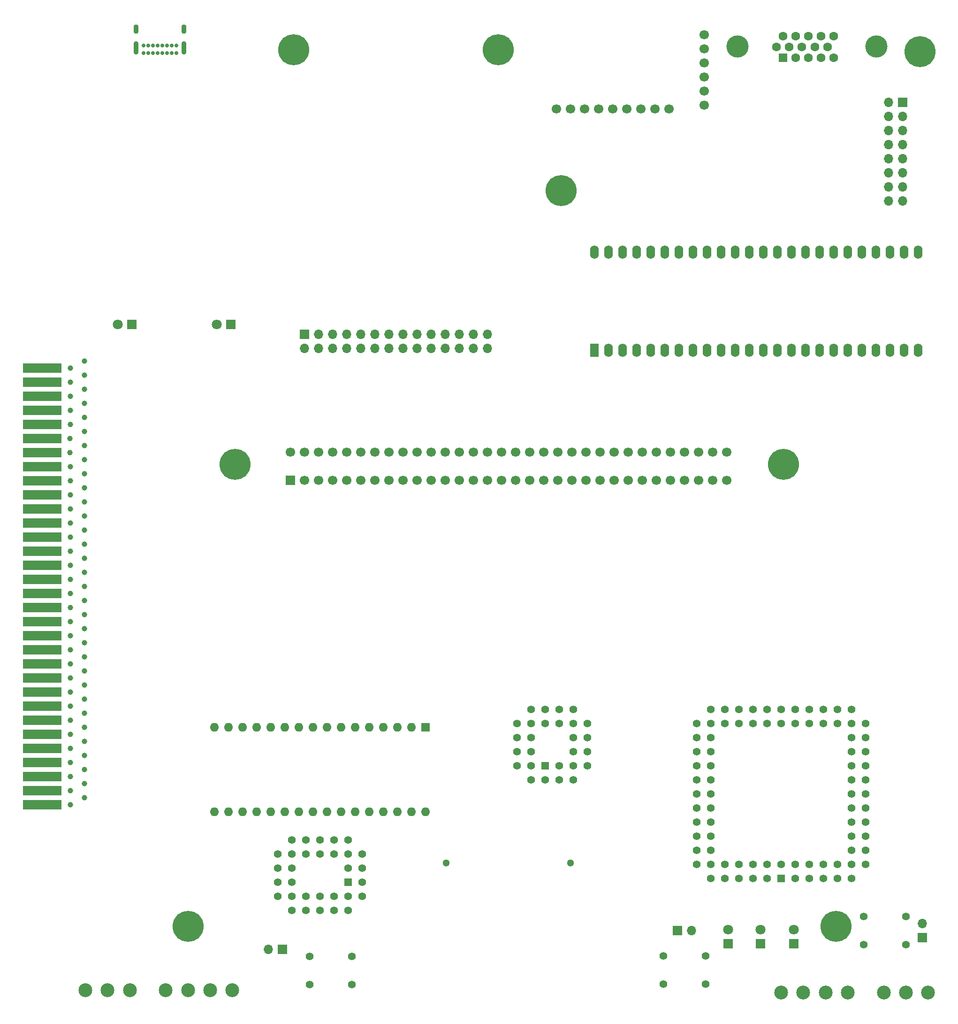
<source format=gbr>
%TF.GenerationSoftware,KiCad,Pcbnew,8.0.0*%
%TF.CreationDate,2024-03-06T22:08:18-05:00*%
%TF.ProjectId,Sentinel 65X - Prototype 4,53656e74-696e-4656-9c20-363558202d20,rev?*%
%TF.SameCoordinates,Original*%
%TF.FileFunction,Soldermask,Bot*%
%TF.FilePolarity,Negative*%
%FSLAX46Y46*%
G04 Gerber Fmt 4.6, Leading zero omitted, Abs format (unit mm)*
G04 Created by KiCad (PCBNEW 8.0.0) date 2024-03-06 22:08:18*
%MOMM*%
%LPD*%
G01*
G04 APERTURE LIST*
%ADD10C,2.500000*%
%ADD11C,1.300000*%
%ADD12C,5.600000*%
%ADD13R,1.700000X1.700000*%
%ADD14O,1.700000X1.700000*%
%ADD15R,1.422400X1.422400*%
%ADD16C,1.422400*%
%ADD17R,7.000000X1.700000*%
%ADD18C,1.000000*%
%ADD19C,1.397000*%
%ADD20R,1.800000X1.800000*%
%ADD21C,1.800000*%
%ADD22C,1.700000*%
%ADD23C,0.700000*%
%ADD24O,0.900000X2.400000*%
%ADD25O,0.900000X1.700000*%
%ADD26C,4.000000*%
%ADD27R,1.600000X1.600000*%
%ADD28C,1.600000*%
%ADD29O,1.600000X1.600000*%
%ADD30R,1.600000X2.400000*%
%ADD31O,1.600000X2.400000*%
G04 APERTURE END LIST*
D10*
%TO.C,J11*%
X117072102Y-226745000D03*
X113072102Y-226745000D03*
X109072102Y-226745000D03*
X105072102Y-226745000D03*
X98572102Y-226745000D03*
X94572102Y-226745000D03*
X90572102Y-226745000D03*
%TD*%
D11*
%TO.C,J9*%
X155689126Y-203796139D03*
X178089126Y-203796139D03*
%TD*%
D12*
%TO.C,H6*%
X128117172Y-57207679D03*
%TD*%
D13*
%TO.C,J6*%
X241623621Y-217254071D03*
D14*
X241623621Y-214714071D03*
%TD*%
D15*
%TO.C,U6*%
X173565852Y-186327679D03*
D16*
X176105852Y-188867679D03*
X176105852Y-186327679D03*
X178645852Y-188867679D03*
X181185852Y-186327679D03*
X178645852Y-186327679D03*
X181185852Y-183787679D03*
X178645852Y-183787679D03*
X181185852Y-181247679D03*
X178645852Y-181247679D03*
X181185852Y-178707679D03*
X178645852Y-176167679D03*
X178645852Y-178707679D03*
X176105852Y-176167679D03*
X176105852Y-178707679D03*
X173565852Y-176167679D03*
X173565852Y-178707679D03*
X171025852Y-176167679D03*
X168485852Y-178707679D03*
X171025852Y-178707679D03*
X168485852Y-181247679D03*
X171025852Y-181247679D03*
X168485852Y-183787679D03*
X171025852Y-183787679D03*
X168485852Y-186327679D03*
X171025852Y-188867679D03*
X171025852Y-186327679D03*
X173565852Y-188867679D03*
%TD*%
D17*
%TO.C,J3*%
X82760852Y-193312679D03*
D18*
X90380852Y-192042679D03*
D17*
X82760852Y-190772679D03*
D18*
X90380852Y-189502679D03*
D17*
X82760852Y-188232679D03*
D18*
X90380852Y-186962679D03*
D17*
X82760852Y-185692679D03*
D18*
X90380852Y-184422679D03*
D17*
X82760852Y-183152679D03*
D18*
X90380852Y-181882679D03*
D17*
X82760852Y-180612679D03*
D18*
X90380852Y-179342679D03*
D17*
X82760852Y-178072679D03*
D18*
X90380852Y-176802679D03*
D17*
X82760852Y-175532679D03*
D18*
X90380852Y-174262679D03*
D17*
X82760852Y-172992679D03*
D18*
X90380852Y-171722679D03*
D17*
X82760852Y-170452679D03*
D18*
X90380852Y-169182679D03*
D17*
X82760852Y-167912679D03*
D18*
X90380852Y-166642679D03*
D17*
X82760852Y-165372679D03*
D18*
X90380852Y-164102679D03*
D17*
X82760852Y-162832679D03*
D18*
X90380852Y-161562679D03*
D17*
X82760852Y-160292679D03*
D18*
X90380852Y-159022679D03*
D17*
X82760852Y-157752679D03*
D18*
X90380852Y-156482679D03*
D17*
X82760852Y-155212679D03*
D18*
X90380852Y-153942679D03*
D17*
X82760852Y-152672679D03*
D18*
X90380852Y-151402679D03*
D17*
X82760852Y-150132679D03*
D18*
X90380852Y-148862679D03*
D17*
X82760852Y-147592679D03*
D18*
X90380852Y-146322679D03*
D17*
X82760852Y-145052679D03*
D18*
X90380852Y-143782679D03*
D17*
X82760852Y-142512679D03*
D18*
X90380852Y-141242679D03*
D17*
X82760852Y-139972679D03*
D18*
X90380852Y-138702679D03*
D17*
X82760852Y-137432679D03*
D18*
X90380852Y-136162679D03*
D17*
X82760852Y-134892679D03*
D18*
X90380852Y-133622679D03*
D17*
X82760852Y-132352679D03*
D18*
X90380852Y-131082679D03*
D17*
X82760852Y-129812679D03*
D18*
X90380852Y-128542679D03*
D17*
X82760852Y-127272679D03*
D18*
X90380852Y-126002679D03*
D17*
X82760852Y-124732679D03*
D18*
X90380852Y-123462679D03*
D17*
X82760852Y-122192679D03*
D18*
X90380852Y-120922679D03*
D17*
X82760852Y-119652679D03*
D18*
X90380852Y-118382679D03*
D17*
X82760852Y-117112679D03*
D18*
X90380852Y-115842679D03*
D17*
X82760852Y-114572679D03*
D18*
X90380852Y-113302679D03*
X87840852Y-193312679D03*
X87840852Y-190772679D03*
X87840852Y-188232679D03*
X87840852Y-185692679D03*
X87840852Y-183152679D03*
X87840852Y-180612679D03*
X87840852Y-178072679D03*
X87840852Y-175532679D03*
X87840852Y-172992679D03*
X87840852Y-170452679D03*
X87840852Y-167912679D03*
X87840852Y-165372679D03*
X87840852Y-162832679D03*
X87840852Y-160292679D03*
X87840852Y-157752679D03*
X87840852Y-155212679D03*
X87840852Y-152672679D03*
X87840852Y-150132679D03*
X87840852Y-147592679D03*
X87840852Y-145052679D03*
X87840852Y-142512679D03*
X87840852Y-139972679D03*
X87840852Y-137432679D03*
X87840852Y-134892679D03*
X87840852Y-132352679D03*
X87760852Y-129812679D03*
X87760852Y-127272679D03*
X87840852Y-124732679D03*
X87840852Y-122192679D03*
X87840852Y-119652679D03*
X87840852Y-117112679D03*
X87840852Y-114572679D03*
%TD*%
D19*
%TO.C,SW3*%
X131054121Y-220677140D03*
X138674121Y-220677140D03*
X131054121Y-225757140D03*
X138674121Y-225757140D03*
%TD*%
D13*
%TO.C,J5*%
X197439065Y-216036659D03*
D14*
X199979065Y-216036659D03*
%TD*%
D13*
%TO.C,J7*%
X126127294Y-219395671D03*
D14*
X123587294Y-219395671D03*
%TD*%
D20*
%TO.C,D4*%
X212398173Y-218383531D03*
D21*
X212398173Y-215843531D03*
%TD*%
D20*
%TO.C,D5*%
X218418173Y-218383532D03*
D21*
X218418173Y-215843532D03*
%TD*%
D19*
%TO.C,SW1*%
X194904065Y-220575449D03*
X202524065Y-220575449D03*
X194904065Y-225655449D03*
X202524065Y-225655449D03*
%TD*%
D22*
%TO.C,U5*%
X202250000Y-67170000D03*
X202250000Y-64630000D03*
X202250000Y-62090000D03*
X202250000Y-59550000D03*
X202250000Y-57010000D03*
X202250000Y-54470000D03*
X175580000Y-67805000D03*
X178120000Y-67805000D03*
X180660000Y-67805000D03*
X183200000Y-67805000D03*
X185740000Y-67805000D03*
X188280000Y-67805000D03*
X190820000Y-67805000D03*
X193360000Y-67805000D03*
X195900000Y-67805000D03*
%TD*%
D15*
%TO.C,U2*%
X216110852Y-206647679D03*
D16*
X216110852Y-204107679D03*
X218650852Y-206647679D03*
X218650852Y-204107679D03*
X221190852Y-206647679D03*
X221190852Y-204107679D03*
X223730852Y-206647679D03*
X223730852Y-204107679D03*
X226270852Y-206647679D03*
X226270852Y-204107679D03*
X228810852Y-206647679D03*
X231350852Y-204107679D03*
X228810852Y-204107679D03*
X231350852Y-201567679D03*
X228810852Y-201567679D03*
X231350852Y-199027679D03*
X228810852Y-199027679D03*
X231350852Y-196487679D03*
X228810852Y-196487679D03*
X231350852Y-193947679D03*
X228810852Y-193947679D03*
X231350852Y-191407679D03*
X228810852Y-191407679D03*
X231350852Y-188867679D03*
X228810852Y-188867679D03*
X231350852Y-186327679D03*
X228810852Y-186327679D03*
X231350852Y-183787679D03*
X228810852Y-183787679D03*
X231350852Y-181247679D03*
X228810852Y-181247679D03*
X231350852Y-178707679D03*
X228810852Y-176167679D03*
X228810852Y-178707679D03*
X226270852Y-176167679D03*
X226270852Y-178707679D03*
X223730852Y-176167679D03*
X223730852Y-178707679D03*
X221190852Y-176167679D03*
X221190852Y-178707679D03*
X218650852Y-176167679D03*
X218650852Y-178707679D03*
X216110852Y-176167679D03*
X216110852Y-178707679D03*
X213570852Y-176167679D03*
X213570852Y-178707679D03*
X211030852Y-176167679D03*
X211030852Y-178707679D03*
X208490852Y-176167679D03*
X208490852Y-178707679D03*
X205950852Y-176167679D03*
X205950852Y-178707679D03*
X203410852Y-176167679D03*
X200870852Y-178707679D03*
X203410852Y-178707679D03*
X200870852Y-181247679D03*
X203410852Y-181247679D03*
X200870852Y-183787679D03*
X203410852Y-183787679D03*
X200870852Y-186327679D03*
X203410852Y-186327679D03*
X200870852Y-188867679D03*
X203410852Y-188867679D03*
X200870852Y-191407679D03*
X203410852Y-191407679D03*
X200870852Y-193947679D03*
X203410852Y-193947679D03*
X200870852Y-196487679D03*
X203410852Y-196487679D03*
X200870852Y-199027679D03*
X203410852Y-199027679D03*
X200870852Y-201567679D03*
X203410852Y-201567679D03*
X200870852Y-204107679D03*
X203410852Y-206647679D03*
X203410852Y-204107679D03*
X205950852Y-206647679D03*
X205950852Y-204107679D03*
X208490852Y-206647679D03*
X208490852Y-204107679D03*
X211030852Y-206647679D03*
X211030852Y-204107679D03*
X213570852Y-206647679D03*
X213570852Y-204107679D03*
%TD*%
D22*
%TO.C,J2*%
X127545871Y-129700000D03*
X130085871Y-129700000D03*
X132625871Y-129700000D03*
X135165871Y-129700000D03*
X137705871Y-129700000D03*
X140245871Y-129700000D03*
X142785871Y-129700000D03*
X145325871Y-129700000D03*
X147865871Y-129700000D03*
X150405871Y-129700000D03*
X152945871Y-129700000D03*
X155485871Y-129700000D03*
X158025871Y-129700000D03*
X160565871Y-129700000D03*
X163105871Y-129700000D03*
X165645871Y-129700000D03*
X168185871Y-129700000D03*
X170725871Y-129700000D03*
X173265871Y-129700000D03*
X175805871Y-129700000D03*
X178345871Y-129700000D03*
X180885871Y-129700000D03*
X183425871Y-129700000D03*
X185965871Y-129700000D03*
X188505871Y-129700000D03*
X191045871Y-129700000D03*
X193585871Y-129700000D03*
X196125871Y-129700000D03*
X198665871Y-129700000D03*
X201205871Y-129700000D03*
X203745871Y-129700000D03*
X206285871Y-129700000D03*
D13*
X127545871Y-134780000D03*
D22*
X130085871Y-134780000D03*
X132625871Y-134780000D03*
X135165871Y-134780000D03*
X137705871Y-134780000D03*
X140245871Y-134780000D03*
X142785871Y-134780000D03*
X145325871Y-134780000D03*
X147865871Y-134780000D03*
X150405871Y-134780000D03*
X152945871Y-134780000D03*
X155485871Y-134780000D03*
X158025871Y-134780000D03*
X160565871Y-134780000D03*
X163105871Y-134780000D03*
X165645871Y-134780000D03*
X168185871Y-134780000D03*
X170725871Y-134780000D03*
X173265871Y-134780000D03*
X175805871Y-134780000D03*
X178345871Y-134780000D03*
X180885871Y-134780000D03*
X183425871Y-134780000D03*
X185965871Y-134780000D03*
X188505871Y-134780000D03*
X191045871Y-134780000D03*
X193585871Y-134780000D03*
X196125871Y-134780000D03*
X198665871Y-134780000D03*
X201205871Y-134780000D03*
X203745871Y-134780000D03*
X206285871Y-134780000D03*
%TD*%
D12*
%TO.C,H1*%
X176430000Y-82606339D03*
%TD*%
D23*
%TO.C,J10*%
X106960922Y-57802658D03*
X106110922Y-57802658D03*
X105260922Y-57802658D03*
X104410922Y-57802658D03*
X103560922Y-57802658D03*
X102710922Y-57802658D03*
X101860922Y-57802658D03*
X101010922Y-57802658D03*
X101010922Y-56452658D03*
X101860922Y-56452658D03*
X102710922Y-56452658D03*
X103560922Y-56452658D03*
X104410922Y-56452658D03*
X105260922Y-56452658D03*
X106110922Y-56452658D03*
X106960922Y-56452658D03*
D24*
X108310922Y-56822658D03*
D25*
X108310922Y-53442658D03*
D24*
X99660922Y-56822658D03*
D25*
X99660922Y-53442658D03*
%TD*%
D13*
%TO.C,J4*%
X238045000Y-66657679D03*
D14*
X235505000Y-66657679D03*
X238045000Y-69197679D03*
X235505000Y-69197679D03*
X238045000Y-71737679D03*
X235505000Y-71737679D03*
X238045000Y-74277679D03*
X235505000Y-74277679D03*
X238045000Y-76817679D03*
X235505000Y-76817679D03*
X238045000Y-79357679D03*
X235505000Y-79357679D03*
X238045000Y-81897679D03*
X235505000Y-81897679D03*
X238045000Y-84437679D03*
X235505000Y-84437679D03*
%TD*%
D12*
%TO.C,H9*%
X165023820Y-57207679D03*
%TD*%
D26*
%TO.C,J1*%
X233260510Y-56596332D03*
X208260510Y-56596332D03*
D27*
X216445510Y-58646332D03*
D28*
X218735510Y-58646332D03*
X221025510Y-58646332D03*
X223315510Y-58646332D03*
X225605510Y-58646332D03*
X215300510Y-56666332D03*
X217590510Y-56666332D03*
X219880510Y-56666332D03*
X222170510Y-56666332D03*
X224460510Y-56666332D03*
X216445510Y-54686332D03*
X218735510Y-54686332D03*
X221025510Y-54686332D03*
X223315510Y-54686332D03*
X225605510Y-54686332D03*
%TD*%
D12*
%TO.C,H8*%
X216570852Y-131922500D03*
%TD*%
D20*
%TO.C,D2*%
X98941704Y-106715358D03*
D21*
X96401704Y-106715358D03*
%TD*%
D13*
%TO.C,J8*%
X130070496Y-108505000D03*
D14*
X130070496Y-111045000D03*
X132610496Y-108505000D03*
X132610496Y-111045000D03*
X135150496Y-108505000D03*
X135150496Y-111045000D03*
X137690496Y-108505000D03*
X137690496Y-111045000D03*
X140230496Y-108505000D03*
X140230496Y-111045000D03*
X142770496Y-108505000D03*
X142770496Y-111045000D03*
X145310496Y-108505000D03*
X145310496Y-111045000D03*
X147850496Y-108505000D03*
X147850496Y-111045000D03*
X150390496Y-108505000D03*
X150390496Y-111045000D03*
X152930496Y-108505000D03*
X152930496Y-111045000D03*
X155470496Y-108505000D03*
X155470496Y-111045000D03*
X158010496Y-108505000D03*
X158010496Y-111045000D03*
X160550496Y-108505000D03*
X160550496Y-111045000D03*
X163090496Y-108505000D03*
X163090496Y-111045000D03*
%TD*%
D20*
%TO.C,D1*%
X116761448Y-106715358D03*
D21*
X114221448Y-106715358D03*
%TD*%
D12*
%TO.C,H4*%
X117570852Y-131922500D03*
%TD*%
D20*
%TO.C,D3*%
X206518173Y-218383531D03*
D21*
X206518173Y-215843531D03*
%TD*%
D27*
%TO.C,U3*%
X151975852Y-179342679D03*
D29*
X149435852Y-179342679D03*
X146895852Y-179342679D03*
X144355852Y-179342679D03*
X141815852Y-179342679D03*
X139275852Y-179342679D03*
X136735852Y-179342679D03*
X134195852Y-179342679D03*
X131655852Y-179342679D03*
X129115852Y-179342679D03*
X126575852Y-179342679D03*
X124035852Y-179342679D03*
X121495852Y-179342679D03*
X118955852Y-179342679D03*
X116415852Y-179342679D03*
X113875852Y-179342679D03*
X113875852Y-194582679D03*
X116415852Y-194582679D03*
X118955852Y-194582679D03*
X121495852Y-194582679D03*
X124035852Y-194582679D03*
X126575852Y-194582679D03*
X129115852Y-194582679D03*
X131655852Y-194582679D03*
X134195852Y-194582679D03*
X136735852Y-194582679D03*
X139275852Y-194582679D03*
X141815852Y-194582679D03*
X144355852Y-194582679D03*
X146895852Y-194582679D03*
X149435852Y-194582679D03*
X151975852Y-194582679D03*
%TD*%
D15*
%TO.C,U4*%
X138005852Y-207327171D03*
D16*
X140545852Y-204787171D03*
X138005852Y-204787171D03*
X140545852Y-202247171D03*
X138005852Y-199707171D03*
X138005852Y-202247171D03*
X135465852Y-199707171D03*
X135465852Y-202247171D03*
X132925852Y-199707171D03*
X132925852Y-202247171D03*
X130385852Y-199707171D03*
X130385852Y-202247171D03*
X127845852Y-199707171D03*
X125305852Y-202247171D03*
X127845852Y-202247171D03*
X125305852Y-204787171D03*
X127845852Y-204787171D03*
X125305852Y-207327171D03*
X127845852Y-207327171D03*
X125305852Y-209867171D03*
X127845852Y-212407171D03*
X127845852Y-209867171D03*
X130385852Y-212407171D03*
X130385852Y-209867171D03*
X132925852Y-212407171D03*
X132925852Y-209867171D03*
X135465852Y-212407171D03*
X135465852Y-209867171D03*
X138005852Y-212407171D03*
X140545852Y-209867171D03*
X138005852Y-209867171D03*
X140545852Y-207327171D03*
%TD*%
D12*
%TO.C,H5*%
X225998352Y-215207679D03*
%TD*%
%TO.C,H7*%
X241133252Y-57482679D03*
%TD*%
D19*
%TO.C,SW2*%
X238602763Y-218541613D03*
X230982763Y-218541613D03*
X238602763Y-213461613D03*
X230982763Y-213461613D03*
%TD*%
D10*
%TO.C,J12*%
X216132102Y-227210000D03*
X220132102Y-227210000D03*
X224132102Y-227210000D03*
X228132102Y-227210000D03*
X234632102Y-227210000D03*
X238632102Y-227210000D03*
X242632102Y-227210000D03*
%TD*%
D30*
%TO.C,U1*%
X182455852Y-111397679D03*
D31*
X184995852Y-111397679D03*
X187535852Y-111397679D03*
X190075852Y-111397679D03*
X192615852Y-111397679D03*
X195155852Y-111397679D03*
X197695852Y-111397679D03*
X200235852Y-111397679D03*
X202775852Y-111397679D03*
X205315852Y-111397679D03*
X207855852Y-111397679D03*
X210395852Y-111397679D03*
X212935852Y-111397679D03*
X215475852Y-111397679D03*
X218015852Y-111397679D03*
X220555852Y-111397679D03*
X223095852Y-111397679D03*
X225635852Y-111397679D03*
X228175852Y-111397679D03*
X230715852Y-111397679D03*
X233255852Y-111397679D03*
X235795852Y-111397679D03*
X238335852Y-111397679D03*
X240875852Y-111397679D03*
X240875852Y-93637679D03*
X238335852Y-93637679D03*
X235795852Y-93637679D03*
X233255852Y-93637679D03*
X230715852Y-93637679D03*
X228175852Y-93637679D03*
X225635852Y-93637679D03*
X223095852Y-93637679D03*
X220555852Y-93637679D03*
X218015852Y-93637679D03*
X215475852Y-93637679D03*
X212935852Y-93637679D03*
X210395852Y-93637679D03*
X207855852Y-93637679D03*
X205315852Y-93637679D03*
X202775852Y-93637679D03*
X200235852Y-93637679D03*
X197695852Y-93637679D03*
X195155852Y-93637679D03*
X192615852Y-93637679D03*
X190075852Y-93637679D03*
X187535852Y-93637679D03*
X184995852Y-93637679D03*
X182455852Y-93637679D03*
%TD*%
D12*
%TO.C,H3*%
X109093352Y-215207679D03*
%TD*%
M02*

</source>
